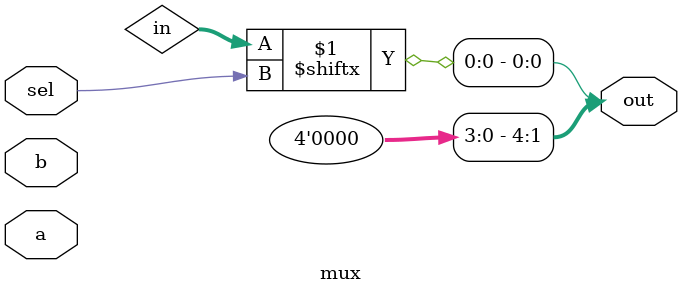
<source format=v>
module mux( 
input [4:0] a, b,
input sel,
output [4:0] out );
// When sel=0, assign a to out. 
// When sel=1, assign b to out.

wire [4:0] in;

assign out = in[sel];

endmodule

</source>
